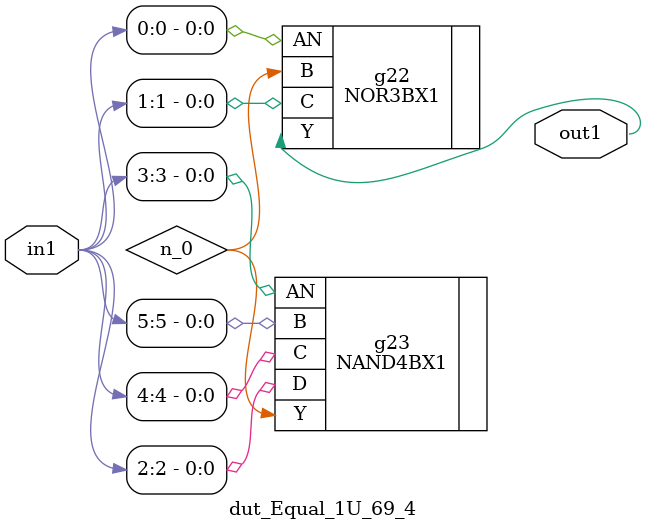
<source format=v>
`timescale 1ps / 1ps


module dut_Equal_1U_69_4(in1, out1);
  input [5:0] in1;
  output out1;
  wire [5:0] in1;
  wire out1;
  wire n_0;
  NOR3BX1 g22(.AN (in1[0]), .B (n_0), .C (in1[1]), .Y (out1));
  NAND4BX1 g23(.AN (in1[3]), .B (in1[5]), .C (in1[4]), .D (in1[2]), .Y
       (n_0));
endmodule



</source>
